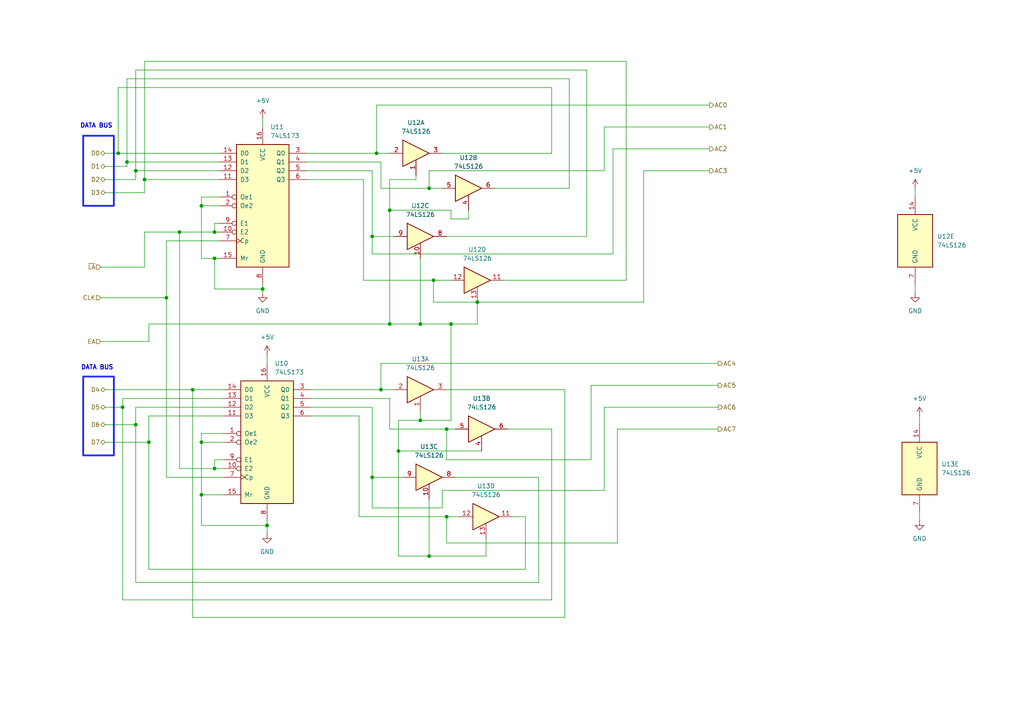
<source format=kicad_sch>
(kicad_sch (version 20231120) (generator "eeschema") (generator_version "8.0")
  (paper "A4")
  (title_block (title "ISAP-1 COMPUTER") (date "2025-01-19") (rev "Version 1.1") (comment 1 "by Linca Marius Gheorghe") (comment 3 "ISAP-1 Computer Model A"))
  (lib_symbols
    (symbol "74xx:74LS126" (pin_names (offset 1.016))
      (property "Reference" "U" (at 0 1.27 0))
      (property "Value" "74LS126" (at 0 -1.27 0))
      (symbol "74LS126_1_0"
        (polyline (pts (xy -3.81 3.81) (xy -3.81 -3.81) (xy 3.81 0) (xy -3.81 3.81)) (stroke (width 0.254)) (fill (type background)))
        (pin input line (at 0 -6.35 90) (length 4.445) (name "~") (number "1"))
        (pin input line (at -7.62 0 0) (length 3.81) (name "~") (number "2"))
        (pin tri_state line (at 7.62 0 180) (length 3.81) (name "~") (number "3"))
      )
      (symbol "74LS126_2_0"
        (polyline (pts (xy -3.81 3.81) (xy -3.81 -3.81) (xy 3.81 0) (xy -3.81 3.81)) (stroke (width 0.254)) (fill (type background)))
        (pin input line (at 0 -6.35 90) (length 4.445) (name "~") (number "4"))
        (pin input line (at -7.62 0 0) (length 3.81) (name "~") (number "5"))
        (pin tri_state line (at 7.62 0 180) (length 3.81) (name "~") (number "6"))
      )
      (symbol "74LS126_3_0"
        (polyline (pts (xy -3.81 3.81) (xy -3.81 -3.81) (xy 3.81 0) (xy -3.81 3.81)) (stroke (width 0.254)) (fill (type background)))
        (pin input line (at 0 -6.35 90) (length 4.445) (name "~") (number "10"))
        (pin tri_state line (at 7.62 0 180) (length 3.81) (name "~") (number "8"))
        (pin input line (at -7.62 0 0) (length 3.81) (name "~") (number "9"))
      )
      (symbol "74LS126_4_0"
        (polyline (pts (xy -3.81 3.81) (xy -3.81 -3.81) (xy 3.81 0) (xy -3.81 3.81)) (stroke (width 0.254)) (fill (type background)))
        (pin tri_state line (at 7.62 0 180) (length 3.81) (name "~") (number "11"))
        (pin input line (at -7.62 0 0) (length 3.81) (name "~") (number "12"))
        (pin input line (at 0 -6.35 90) (length 4.445) (name "~") (number "13"))
      )
      (symbol "74LS126_5_0"
        (pin power_in line (at 0 12.7 270) (length 5.08) (name "VCC") (number "14"))
        (pin power_in line (at 0 -12.7 90) (length 5.08) (name "GND") (number "7"))
      )
      (symbol "74LS126_5_1"
        (rectangle (start -5.08 7.62) (end 5.08 -7.62) (stroke (width 0.254)) (fill (type background)))
      )
    )
    (symbol "74xx:74LS173" (pin_names (offset 1.016))
      (property "Reference" "U" (at -7.62 19.05 0))
      (property "Value" "74LS173" (at -7.62 -19.05 0))
      (symbol "74LS173_1_0"
        (pin input inverted (at -12.7 2.54 0) (length 5.08) (name "Oe1") (number "1"))
        (pin input inverted (at -12.7 -7.62 0) (length 5.08) (name "E2") (number "10"))
        (pin input line (at -12.7 7.62 0) (length 5.08) (name "D3") (number "11"))
        (pin input line (at -12.7 10.16 0) (length 5.08) (name "D2") (number "12"))
        (pin input line (at -12.7 12.7 0) (length 5.08) (name "D1") (number "13"))
        (pin input line (at -12.7 15.24 0) (length 5.08) (name "D0") (number "14"))
        (pin input line (at -12.7 -15.24 0) (length 5.08) (name "Mr") (number "15"))
        (pin power_in line (at 0 22.86 270) (length 5.08) (name "VCC") (number "16"))
        (pin input inverted (at -12.7 0 0) (length 5.08) (name "Oe2") (number "2"))
        (pin tri_state line (at 12.7 15.24 180) (length 5.08) (name "Q0") (number "3"))
        (pin tri_state line (at 12.7 12.7 180) (length 5.08) (name "Q1") (number "4"))
        (pin tri_state line (at 12.7 10.16 180) (length 5.08) (name "Q2") (number "5"))
        (pin tri_state line (at 12.7 7.62 180) (length 5.08) (name "Q3") (number "6"))
        (pin input clock (at -12.7 -10.16 0) (length 5.08) (name "Cp") (number "7"))
        (pin power_in line (at 0 -22.86 90) (length 5.08) (name "GND") (number "8"))
        (pin input inverted (at -12.7 -5.08 0) (length 5.08) (name "E1") (number "9"))
      )
      (symbol "74LS173_1_1"
        (rectangle (start -7.62 17.78) (end 7.62 -17.78) (stroke (width 0.254)) (fill (type background)))
      )
    )
    (symbol "power:+5V" (power) (pin_numbers hide) (pin_names (offset 0) hide)
      (property "Value" "+5V" (at 0 3.556 0))
      (symbol "+5V_0_1"
        (polyline (pts (xy -0.762 1.27) (xy 0 2.54)))
        (polyline (pts (xy 0 0) (xy 0 2.54)))
        (polyline (pts (xy 0 2.54) (xy 0.762 1.27)))
      )
      (symbol "+5V_1_1"
        (pin power_in line (at 0 0 90) (length 0) (name "~") (number "1"))
      )
    )
    (symbol "power:GND" (power) (pin_numbers hide) (pin_names (offset 0) hide)
      (property "Value" "GND" (at 0 -3.81 0))
      (symbol "GND_0_1"
        (polyline (pts (xy 0 0) (xy 0 -1.27) (xy 1.27 -1.27) (xy 0 -2.54) (xy -1.27 -1.27) (xy 0 -1.27)))
      )
      (symbol "GND_1_1"
        (pin power_in line (at 0 0 270) (length 0) (name "~") (number "1"))
      )
    )
  )
  (junction (at 121.92 93.98))
  (junction (at 36.83 46.99))
  (junction (at 58.42 128.27))
  (junction (at 55.88 113.03))
  (junction (at 76.2 83.82))
  (junction (at 43.18 128.27))
  (junction (at 34.29 44.45))
  (junction (at 62.23 135.89))
  (junction (at 124.46 161.29))
  (junction (at 48.26 86.36))
  (junction (at 35.56 118.11))
  (junction (at 41.91 52.07))
  (junction (at 130.81 93.98))
  (junction (at 129.54 124.46))
  (junction (at 121.92 121.92))
  (junction (at 107.95 138.43))
  (junction (at 109.22 44.45))
  (junction (at 58.42 143.51))
  (junction (at 107.95 68.58))
  (junction (at 62.23 74.93))
  (junction (at 138.43 87.63))
  (junction (at 62.23 67.31))
  (junction (at 77.47 152.4))
  (junction (at 110.49 113.03))
  (junction (at 52.07 67.31))
  (junction (at 129.54 149.86))
  (junction (at 124.46 54.61))
  (junction (at 39.37 123.19))
  (junction (at 115.57 130.81))
  (junction (at 58.42 59.69))
  (junction (at 39.37 49.53))
  (junction (at 125.73 81.28))
  (junction (at 113.03 93.98))
  (junction (at 113.03 60.96))
  (wire (pts (xy 181.61 17.78) (xy 41.91 17.78)))
  (wire (pts (xy 160.02 173.99) (xy 35.56 173.99)))
  (wire (pts (xy 77.47 152.4) (xy 77.47 154.94)))
  (wire (pts (xy 113.03 60.96) (xy 113.03 93.98)))
  (wire (pts (xy 77.47 102.87) (xy 77.47 105.41)))
  (wire (pts (xy 58.42 143.51) (xy 64.77 143.51)))
  (wire (pts (xy 125.73 87.63) (xy 125.73 81.28)))
  (wire (pts (xy 110.49 113.03) (xy 114.3 113.03)))
  (wire (pts (xy 41.91 55.88) (xy 30.48 55.88)))
  (wire (pts (xy 63.5 74.93) (xy 62.23 74.93)))
  (wire (pts (xy 107.95 118.11) (xy 90.17 118.11)))
  (wire (pts (xy 107.95 138.43) (xy 107.95 147.32)))
  (wire (pts (xy 129.54 68.58) (xy 170.18 68.58)))
  (wire (pts (xy 116.84 138.43) (xy 107.95 138.43)))
  (wire (pts (xy 121.92 121.92) (xy 115.57 121.92)))
  (wire (pts (xy 186.69 49.53) (xy 186.69 87.63)))
  (wire (pts (xy 29.21 86.36) (xy 48.26 86.36)))
  (wire (pts (xy 177.8 43.18) (xy 177.8 73.66)))
  (wire (pts (xy 148.59 149.86) (xy 152.4 149.86)))
  (wire (pts (xy 175.26 49.53) (xy 124.46 49.53)))
  (wire (pts (xy 177.8 73.66) (xy 107.95 73.66)))
  (wire (pts (xy 208.28 105.41) (xy 110.49 105.41)))
  (wire (pts (xy 88.9 52.07) (xy 105.41 52.07)))
  (wire (pts (xy 58.42 125.73) (xy 58.42 128.27)))
  (wire (pts (xy 62.23 64.77) (xy 62.23 67.31)))
  (wire (pts (xy 205.74 49.53) (xy 186.69 49.53)))
  (wire (pts (xy 129.54 133.35) (xy 171.45 133.35)))
  (wire (pts (xy 110.49 105.41) (xy 110.49 113.03)))
  (wire (pts (xy 43.18 99.06) (xy 43.18 93.98)))
  (wire (pts (xy 143.51 54.61) (xy 165.1 54.61)))
  (wire (pts (xy 76.2 83.82) (xy 76.2 85.09)))
  (wire (pts (xy 146.05 81.28) (xy 181.61 81.28)))
  (wire (pts (xy 129.54 149.86) (xy 104.14 149.86)))
  (wire (pts (xy 107.95 138.43) (xy 107.95 118.11)))
  (wire (pts (xy 124.46 49.53) (xy 124.46 54.61)))
  (wire (pts (xy 113.03 93.98) (xy 121.92 93.98)))
  (wire (pts (xy 120.65 50.8) (xy 120.65 52.07)))
  (wire (pts (xy 109.22 44.45) (xy 113.03 44.45)))
  (wire (pts (xy 175.26 142.24) (xy 128.27 142.24)))
  (wire (pts (xy 121.92 93.98) (xy 130.81 93.98)))
  (wire (pts (xy 30.48 44.45) (xy 34.29 44.45)))
  (wire (pts (xy 29.21 99.06) (xy 43.18 99.06)))
  (wire (pts (xy 41.91 52.07) (xy 41.91 55.88)))
  (wire (pts (xy 138.43 93.98) (xy 138.43 87.63)))
  (wire (pts (xy 105.41 52.07) (xy 105.41 81.28)))
  (wire (pts (xy 113.03 52.07) (xy 113.03 60.96)))
  (wire (pts (xy 58.42 59.69) (xy 58.42 74.93)))
  (wire (pts (xy 62.23 135.89) (xy 64.77 135.89)))
  (wire (pts (xy 35.56 173.99) (xy 35.56 118.11)))
  (wire (pts (xy 43.18 93.98) (xy 113.03 93.98)))
  (wire (pts (xy 110.49 54.61) (xy 124.46 54.61)))
  (wire (pts (xy 58.42 128.27) (xy 58.42 143.51)))
  (wire (pts (xy 36.83 46.99) (xy 36.83 48.26)))
  (wire (pts (xy 170.18 68.58) (xy 170.18 20.32)))
  (wire (pts (xy 58.42 57.15) (xy 58.42 59.69)))
  (wire (pts (xy 265.43 54.61) (xy 265.43 57.15)))
  (wire (pts (xy 109.22 30.48) (xy 109.22 44.45)))
  (wire (pts (xy 63.5 46.99) (xy 36.83 46.99)))
  (wire (pts (xy 129.54 113.03) (xy 163.83 113.03)))
  (wire (pts (xy 135.89 63.5) (xy 130.81 63.5)))
  (wire (pts (xy 43.18 120.65) (xy 43.18 128.27)))
  (wire (pts (xy 170.18 20.32) (xy 39.37 20.32)))
  (wire (pts (xy 115.57 130.81) (xy 115.57 161.29)))
  (wire (pts (xy 58.42 59.69) (xy 63.5 59.69)))
  (wire (pts (xy 113.03 60.96) (xy 130.81 60.96)))
  (wire (pts (xy 63.5 57.15) (xy 58.42 57.15)))
  (wire (pts (xy 52.07 67.31) (xy 62.23 67.31)))
  (wire (pts (xy 175.26 36.83) (xy 175.26 49.53)))
  (wire (pts (xy 208.28 124.46) (xy 179.07 124.46)))
  (wire (pts (xy 63.5 52.07) (xy 41.91 52.07)))
  (wire (pts (xy 30.48 48.26) (xy 36.83 48.26)))
  (wire (pts (xy 171.45 111.76) (xy 171.45 133.35)))
  (wire (pts (xy 147.32 124.46) (xy 160.02 124.46)))
  (wire (pts (xy 205.74 43.18) (xy 177.8 43.18)))
  (wire (pts (xy 205.74 30.48) (xy 109.22 30.48)))
  (wire (pts (xy 88.9 44.45) (xy 109.22 44.45)))
  (wire (pts (xy 62.23 83.82) (xy 76.2 83.82)))
  (wire (pts (xy 152.4 149.86) (xy 152.4 165.1)))
  (wire (pts (xy 181.61 81.28) (xy 181.61 17.78)))
  (wire (pts (xy 156.21 138.43) (xy 156.21 168.91)))
  (wire (pts (xy 132.08 124.46) (xy 129.54 124.46)))
  (wire (pts (xy 39.37 168.91) (xy 39.37 123.19)))
  (wire (pts (xy 104.14 149.86) (xy 104.14 120.65)))
  (wire (pts (xy 35.56 118.11) (xy 30.48 118.11)))
  (wire (pts (xy 41.91 77.47) (xy 41.91 67.31)))
  (wire (pts (xy 58.42 143.51) (xy 58.42 152.4)))
  (wire (pts (xy 52.07 135.89) (xy 62.23 135.89)))
  (wire (pts (xy 36.83 22.86) (xy 36.83 46.99)))
  (wire (pts (xy 129.54 133.35) (xy 129.54 124.46)))
  (wire (pts (xy 179.07 157.48) (xy 129.54 157.48)))
  (wire (pts (xy 48.26 86.36) (xy 48.26 138.43)))
  (wire (pts (xy 165.1 22.86) (xy 36.83 22.86)))
  (wire (pts (xy 30.48 113.03) (xy 55.88 113.03)))
  (wire (pts (xy 138.43 87.63) (xy 125.73 87.63)))
  (wire (pts (xy 48.26 69.85) (xy 48.26 86.36)))
  (wire (pts (xy 35.56 115.57) (xy 35.56 118.11)))
  (wire (pts (xy 107.95 73.66) (xy 107.95 68.58)))
  (wire (pts (xy 55.88 113.03) (xy 64.77 113.03)))
  (wire (pts (xy 129.54 124.46) (xy 113.03 124.46)))
  (wire (pts (xy 128.27 147.32) (xy 107.95 147.32)))
  (wire (pts (xy 77.47 151.13) (xy 77.47 152.4)))
  (wire (pts (xy 129.54 157.48) (xy 129.54 149.86)))
  (wire (pts (xy 107.95 49.53) (xy 88.9 49.53)))
  (wire (pts (xy 29.21 77.47) (xy 41.91 77.47)))
  (wire (pts (xy 52.07 67.31) (xy 52.07 135.89)))
  (wire (pts (xy 113.03 124.46) (xy 113.03 115.57)))
  (wire (pts (xy 62.23 74.93) (xy 62.23 83.82)))
  (wire (pts (xy 208.28 118.11) (xy 175.26 118.11)))
  (wire (pts (xy 90.17 113.03) (xy 110.49 113.03)))
  (wire (pts (xy 132.08 138.43) (xy 156.21 138.43)))
  (wire (pts (xy 135.89 60.96) (xy 135.89 63.5)))
  (wire (pts (xy 64.77 125.73) (xy 58.42 125.73)))
  (wire (pts (xy 115.57 130.81) (xy 139.7 130.81)))
  (wire (pts (xy 39.37 118.11) (xy 39.37 123.19)))
  (wire (pts (xy 160.02 25.4) (xy 34.29 25.4)))
  (wire (pts (xy 156.21 168.91) (xy 39.37 168.91)))
  (wire (pts (xy 186.69 87.63) (xy 138.43 87.63)))
  (wire (pts (xy 48.26 138.43) (xy 64.77 138.43)))
  (wire (pts (xy 175.26 118.11) (xy 175.26 142.24)))
  (wire (pts (xy 64.77 118.11) (xy 39.37 118.11)))
  (wire (pts (xy 58.42 152.4) (xy 77.47 152.4)))
  (wire (pts (xy 128.27 54.61) (xy 124.46 54.61)))
  (wire (pts (xy 43.18 128.27) (xy 30.48 128.27)))
  (wire (pts (xy 110.49 54.61) (xy 110.49 46.99)))
  (wire (pts (xy 124.46 161.29) (xy 124.46 144.78)))
  (wire (pts (xy 115.57 121.92) (xy 115.57 130.81)))
  (wire (pts (xy 114.3 68.58) (xy 107.95 68.58)))
  (wire (pts (xy 104.14 120.65) (xy 90.17 120.65)))
  (wire (pts (xy 179.07 124.46) (xy 179.07 157.48)))
  (wire (pts (xy 58.42 128.27) (xy 64.77 128.27)))
  (wire (pts (xy 34.29 44.45) (xy 63.5 44.45)))
  (wire (pts (xy 130.81 63.5) (xy 130.81 60.96)))
  (wire (pts (xy 64.77 115.57) (xy 35.56 115.57)))
  (wire (pts (xy 130.81 93.98) (xy 138.43 93.98)))
  (wire (pts (xy 64.77 133.35) (xy 62.23 133.35)))
  (wire (pts (xy 124.46 161.29) (xy 140.97 161.29)))
  (wire (pts (xy 133.35 149.86) (xy 129.54 149.86)))
  (wire (pts (xy 76.2 82.55) (xy 76.2 83.82)))
  (wire (pts (xy 34.29 25.4) (xy 34.29 44.45)))
  (wire (pts (xy 266.7 148.59) (xy 266.7 151.13)))
  (wire (pts (xy 265.43 82.55) (xy 265.43 85.09)))
  (wire (pts (xy 130.81 93.98) (xy 130.81 121.92)))
  (wire (pts (xy 128.27 142.24) (xy 128.27 147.32)))
  (wire (pts (xy 39.37 49.53) (xy 39.37 52.07)))
  (wire (pts (xy 76.2 34.29) (xy 76.2 36.83)))
  (wire (pts (xy 163.83 113.03) (xy 163.83 179.07)))
  (wire (pts (xy 62.23 67.31) (xy 63.5 67.31)))
  (wire (pts (xy 55.88 179.07) (xy 55.88 113.03)))
  (wire (pts (xy 121.92 121.92) (xy 130.81 121.92)))
  (wire (pts (xy 105.41 81.28) (xy 125.73 81.28)))
  (wire (pts (xy 160.02 44.45) (xy 160.02 25.4)))
  (wire (pts (xy 128.27 44.45) (xy 160.02 44.45)))
  (wire (pts (xy 110.49 46.99) (xy 88.9 46.99)))
  (wire (pts (xy 39.37 52.07) (xy 30.48 52.07)))
  (wire (pts (xy 208.28 111.76) (xy 171.45 111.76)))
  (wire (pts (xy 266.7 120.65) (xy 266.7 123.19)))
  (wire (pts (xy 113.03 52.07) (xy 120.65 52.07)))
  (wire (pts (xy 63.5 64.77) (xy 62.23 64.77)))
  (wire (pts (xy 113.03 115.57) (xy 90.17 115.57)))
  (wire (pts (xy 39.37 20.32) (xy 39.37 49.53)))
  (wire (pts (xy 125.73 81.28) (xy 130.81 81.28)))
  (wire (pts (xy 64.77 120.65) (xy 43.18 120.65)))
  (wire (pts (xy 205.74 36.83) (xy 175.26 36.83)))
  (wire (pts (xy 115.57 161.29) (xy 124.46 161.29)))
  (wire (pts (xy 107.95 68.58) (xy 107.95 49.53)))
  (wire (pts (xy 43.18 165.1) (xy 43.18 128.27)))
  (wire (pts (xy 121.92 119.38) (xy 121.92 121.92)))
  (wire (pts (xy 163.83 179.07) (xy 55.88 179.07)))
  (wire (pts (xy 39.37 123.19) (xy 30.48 123.19)))
  (wire (pts (xy 63.5 49.53) (xy 39.37 49.53)))
  (wire (pts (xy 62.23 133.35) (xy 62.23 135.89)))
  (wire (pts (xy 160.02 124.46) (xy 160.02 173.99)))
  (wire (pts (xy 152.4 165.1) (xy 43.18 165.1)))
  (wire (pts (xy 165.1 54.61) (xy 165.1 22.86)))
  (wire (pts (xy 41.91 67.31) (xy 52.07 67.31)))
  (wire (pts (xy 121.92 74.93) (xy 121.92 93.98)))
  (wire (pts (xy 63.5 69.85) (xy 48.26 69.85)))
  (wire (pts (xy 58.42 74.93) (xy 62.23 74.93)))
  (wire (pts (xy 140.97 156.21) (xy 140.97 161.29)))
  (wire (pts (xy 41.91 17.78) (xy 41.91 52.07)))
  (rectangle (start 24.13 39.37) (end 33.02 59.69) (stroke (width 0.508) (color 21 31 255 1)))
  (rectangle (start 24.13 109.22) (end 33.02 132.08) (stroke (width 0.508) (color 21 31 255 1)))
  (text "DATA BUS" (at 27.94 36.576 0) (effects (font (size 1.27 1.27) (thickness 0.254) (bold yes))))
  (text "DATA BUS" (at 28.194 106.68 0) (effects (font (size 1.27 1.27) (thickness 0.254) (bold yes))))
  (hierarchical_label "D7" (shape tri_state) (at 30.48 128.27 180))
  (hierarchical_label "D6" (shape tri_state) (at 30.48 123.19 180))
  (hierarchical_label "AC3" (shape output) (at 205.74 49.53 0))
  (hierarchical_label "D3" (shape tri_state) (at 30.48 55.88 180))
  (hierarchical_label "AC4" (shape output) (at 208.28 105.41 0))
  (hierarchical_label "D1" (shape tri_state) (at 30.48 48.26 180))
  (hierarchical_label "D2" (shape tri_state) (at 30.48 52.07 180))
  (hierarchical_label "EA" (shape input) (at 29.21 99.06 180))
  (hierarchical_label "AC2" (shape output) (at 205.74 43.18 0))
  (hierarchical_label "AC7" (shape output) (at 208.28 124.46 0))
  (hierarchical_label "AC5" (shape output) (at 208.28 111.76 0))
  (hierarchical_label "D0" (shape tri_state) (at 30.48 44.45 180))
  (hierarchical_label "CLK" (shape input) (at 29.21 86.36 180))
  (hierarchical_label "AC6" (shape output) (at 208.28 118.11 0))
  (hierarchical_label "~{LA}" (shape input) (at 29.21 77.47 180))
  (hierarchical_label "AC0" (shape output) (at 205.74 30.48 0))
  (hierarchical_label "D4" (shape tri_state) (at 30.48 113.03 180))
  (hierarchical_label "AC1" (shape output) (at 205.74 36.83 0))
  (hierarchical_label "D5" (shape tri_state) (at 30.48 118.11 180))
  (symbol (lib_id "74xx:74LS173") (at 77.47 128.27 0) (unit 1)
    (property "Reference" "U10" (at 79.6641 105.41 0) (effects (justify left)))
    (property "Value" "74LS173" (at 79.6641 107.95 0) (effects (justify left)))
    (property "Footprint" "Package_DIP:DIP-16_W7.62mm_LongPads" (effects (hide yes)))
    (property "Datasheet" "http://www.ti.com/lit/gpn/sn74LS173" (effects (hide yes)))
    (property "Description" "4-bit D-type Register, 3 state out" (effects (hide yes)))
  )
  (symbol (lib_id "74xx:74LS126") (at 124.46 138.43 0) (unit 3)
    (property "Reference" "U13" (at 124.46 129.54 0))
    (property "Value" "74LS126" (at 124.46 132.08 0))
    (property "Footprint" "Package_DIP:DIP-14_W7.62mm_LongPads" (effects (hide yes)))
    (property "Datasheet" "http://www.ti.com/lit/gpn/sn74LS126" (effects (hide yes)))
    (property "Description" "Quad buffer 3-State outputs" (effects (hide yes)))
  )
  (symbol (lib_id "74xx:74LS126") (at 120.65 44.45 0) (unit 1)
    (property "Reference" "U12" (at 120.65 35.56 0))
    (property "Value" "74LS126" (at 120.65 38.1 0))
    (property "Footprint" "Package_DIP:DIP-14_W7.62mm_LongPads" (effects (hide yes)))
    (property "Datasheet" "http://www.ti.com/lit/gpn/sn74LS126" (effects (hide yes)))
    (property "Description" "Quad buffer 3-State outputs" (effects (hide yes)))
  )
  (symbol (lib_id "power:+5V") (at 265.43 54.61 0) (unit 1)
    (property "Reference" "#PWR026" (effects (hide yes)))
    (property "Value" "+5V" (at 265.43 49.53 0))
    (property "Description" "Power symbol creates a global label with name \"+5V\"" (effects (hide yes)))
  )
  (symbol (lib_id "74xx:74LS126") (at 121.92 68.58 0) (unit 3)
    (property "Reference" "U12" (at 121.92 59.69 0))
    (property "Value" "74LS126" (at 121.92 62.23 0))
    (property "Footprint" "Package_DIP:DIP-14_W7.62mm_LongPads" (effects (hide yes)))
    (property "Datasheet" "http://www.ti.com/lit/gpn/sn74LS126" (effects (hide yes)))
    (property "Description" "Quad buffer 3-State outputs" (effects (hide yes)))
  )
  (symbol (lib_id "74xx:74LS173") (at 76.2 59.69 0) (unit 1)
    (property "Reference" "U11" (at 78.3941 36.83 0) (effects (justify left)))
    (property "Value" "74LS173" (at 78.3941 39.37 0) (effects (justify left)))
    (property "Footprint" "Package_DIP:DIP-16_W7.62mm_LongPads" (effects (hide yes)))
    (property "Datasheet" "http://www.ti.com/lit/gpn/sn74LS173" (effects (hide yes)))
    (property "Description" "4-bit D-type Register, 3 state out" (effects (hide yes)))
  )
  (symbol (lib_id "74xx:74LS126") (at 266.7 135.89 0) (unit 5)
    (property "Reference" "U13" (at 273.05 134.6199 0) (effects (justify left)))
    (property "Value" "74LS126" (at 273.05 137.1599 0) (effects (justify left)))
    (property "Footprint" "Package_DIP:DIP-14_W7.62mm_LongPads" (effects (hide yes)))
    (property "Datasheet" "http://www.ti.com/lit/gpn/sn74LS126" (effects (hide yes)))
    (property "Description" "Quad buffer 3-State outputs" (effects (hide yes)))
  )
  (symbol (lib_id "power:+5V") (at 76.2 34.29 0) (unit 1)
    (property "Reference" "#PWR021" (effects (hide yes)))
    (property "Value" "+5V" (at 76.2 29.21 0))
    (property "Description" "Power symbol creates a global label with name \"+5V\"" (effects (hide yes)))
  )
  (symbol (lib_id "74xx:74LS126") (at 138.43 81.28 0) (unit 4)
    (property "Reference" "U12" (at 138.43 72.39 0))
    (property "Value" "74LS126" (at 138.43 74.93 0))
    (property "Footprint" "Package_DIP:DIP-14_W7.62mm_LongPads" (effects (hide yes)))
    (property "Datasheet" "http://www.ti.com/lit/gpn/sn74LS126" (effects (hide yes)))
    (property "Description" "Quad buffer 3-State outputs" (effects (hide yes)))
  )
  (symbol (lib_id "power:GND") (at 265.43 85.09 0) (unit 1)
    (property "Reference" "#PWR024" (effects (hide yes)))
    (property "Value" "GND" (at 265.43 90.17 0))
    (property "Description" "Power symbol creates a global label with name \"GND\" , ground" (effects (hide yes)))
  )
  (symbol (lib_id "74xx:74LS126") (at 121.92 113.03 0) (unit 1)
    (property "Reference" "U13" (at 121.92 104.14 0))
    (property "Value" "74LS126" (at 121.92 106.68 0))
    (property "Footprint" "Package_DIP:DIP-14_W7.62mm_LongPads" (effects (hide yes)))
    (property "Datasheet" "http://www.ti.com/lit/gpn/sn74LS126" (effects (hide yes)))
    (property "Description" "Quad buffer 3-State outputs" (effects (hide yes)))
  )
  (symbol (lib_id "74xx:74LS126") (at 139.7 124.46 0) (unit 2)
    (property "Reference" "U13" (at 139.7 115.57 0))
    (property "Value" "74LS126" (at 139.7 118.11 0))
    (property "Footprint" "Package_DIP:DIP-14_W7.62mm_LongPads" (effects (hide yes)))
    (property "Datasheet" "http://www.ti.com/lit/gpn/sn74LS126" (effects (hide yes)))
    (property "Description" "Quad buffer 3-State outputs" (effects (hide yes)))
  )
  (symbol (lib_id "power:+5V") (at 266.7 120.65 0) (unit 1)
    (property "Reference" "#PWR027" (effects (hide yes)))
    (property "Value" "+5V" (at 266.7 115.57 0))
    (property "Description" "Power symbol creates a global label with name \"+5V\"" (effects (hide yes)))
  )
  (symbol (lib_id "74xx:74LS126") (at 135.89 54.61 0) (unit 2)
    (property "Reference" "U12" (at 135.89 45.72 0))
    (property "Value" "74LS126" (at 135.89 48.26 0))
    (property "Footprint" "Package_DIP:DIP-14_W7.62mm_LongPads" (effects (hide yes)))
    (property "Datasheet" "http://www.ti.com/lit/gpn/sn74LS126" (effects (hide yes)))
    (property "Description" "Quad buffer 3-State outputs" (effects (hide yes)))
  )
  (symbol (lib_id "power:GND") (at 77.47 154.94 0) (unit 1)
    (property "Reference" "#PWR023" (effects (hide yes)))
    (property "Value" "GND" (at 77.47 160.02 0))
    (property "Description" "Power symbol creates a global label with name \"GND\" , ground" (effects (hide yes)))
  )
  (symbol (lib_id "74xx:74LS126") (at 140.97 149.86 0) (unit 4)
    (property "Reference" "U13" (at 140.97 140.97 0))
    (property "Value" "74LS126" (at 140.97 143.51 0))
    (property "Footprint" "Package_DIP:DIP-14_W7.62mm_LongPads" (effects (hide yes)))
    (property "Datasheet" "http://www.ti.com/lit/gpn/sn74LS126" (effects (hide yes)))
    (property "Description" "Quad buffer 3-State outputs" (effects (hide yes)))
  )
  (symbol (lib_id "74xx:74LS126") (at 265.43 69.85 0) (unit 5)
    (property "Reference" "U12" (at 271.78 68.5799 0) (effects (justify left)))
    (property "Value" "74LS126" (at 271.78 71.1199 0) (effects (justify left)))
    (property "Footprint" "Package_DIP:DIP-14_W7.62mm_LongPads" (effects (hide yes)))
    (property "Datasheet" "http://www.ti.com/lit/gpn/sn74LS126" (effects (hide yes)))
    (property "Description" "Quad buffer 3-State outputs" (effects (hide yes)))
  )
  (symbol (lib_id "power:GND") (at 76.2 85.09 0) (unit 1)
    (property "Reference" "#PWR020" (effects (hide yes)))
    (property "Value" "GND" (at 76.2 90.17 0))
    (property "Description" "Power symbol creates a global label with name \"GND\" , ground" (effects (hide yes)))
  )
  (symbol (lib_id "power:+5V") (at 77.47 102.87 0) (unit 1)
    (property "Reference" "#PWR022" (effects (hide yes)))
    (property "Value" "+5V" (at 77.47 97.79 0))
    (property "Description" "Power symbol creates a global label with name \"+5V\"" (effects (hide yes)))
  )
  (symbol (lib_id "power:GND") (at 266.7 151.13 0) (unit 1)
    (property "Reference" "#PWR025" (effects (hide yes)))
    (property "Value" "GND" (at 266.7 156.21 0))
    (property "Description" "Power symbol creates a global label with name \"GND\" , ground" (effects (hide yes)))
  )
)
</source>
